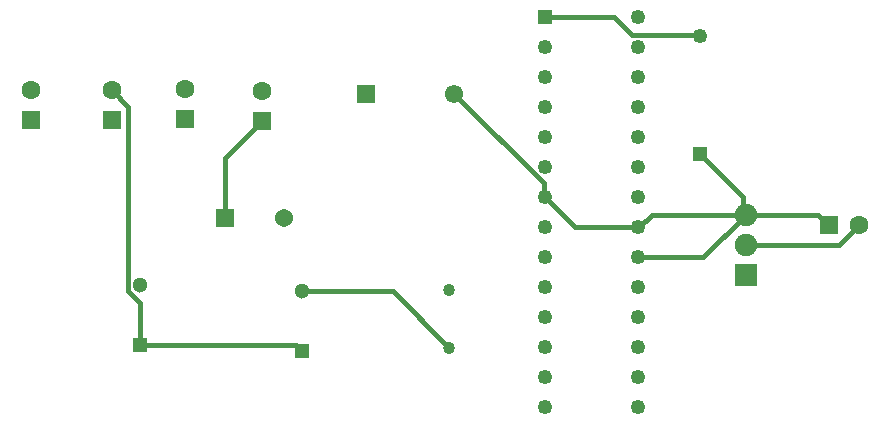
<source format=gbr>
%TF.GenerationSoftware,Altium Limited,Altium Designer,23.0.1 (38)*%
G04 Layer_Physical_Order=2*
G04 Layer_Color=16711680*
%FSLAX45Y45*%
%MOMM*%
%TF.SameCoordinates,EEB749D1-378B-4D6E-888E-37D0F6B4ACBA*%
%TF.FilePolarity,Positive*%
%TF.FileFunction,Copper,L2,Bot,Signal*%
%TF.Part,Single*%
G01*
G75*
%TA.AperFunction,Conductor*%
%ADD10C,0.38100*%
%TA.AperFunction,ComponentPad*%
%ADD13R,1.55000X1.55000*%
%ADD14C,1.55000*%
%ADD15C,1.30000*%
%ADD16R,1.30000X1.30000*%
%ADD17C,1.91000*%
%ADD18R,1.91000X1.91000*%
%ADD19C,1.03000*%
%ADD20C,1.60000*%
%ADD21R,1.60000X1.60000*%
%ADD22R,1.60000X1.60000*%
%ADD23R,1.25000X1.25000*%
%ADD24C,1.25000*%
%ADD25R,1.25000X1.25000*%
%ADD26C,1.54060*%
%ADD27R,1.54060X1.54060*%
D10*
X11565844Y7549656D02*
Y7669956D01*
Y7549656D02*
X11595100Y7520400D01*
X11201400Y8034400D02*
X11565844Y7669956D01*
X10680700Y7158100D02*
X11232800D01*
X11595100Y7520400D01*
X12202700D01*
X12293600Y7429500D01*
X12383500Y7265400D02*
X12547600Y7429500D01*
X11595100Y7265400D02*
X12383500D01*
X10691822Y7412100D02*
X10800122Y7520400D01*
X10680700Y7412100D02*
X10691822D01*
X10800122Y7520400D02*
X11595100D01*
X7835900Y6870700D02*
X8603200D01*
X9080500Y6393400D01*
X10147300Y7412100D02*
X10680700D01*
X9893300Y7666100D02*
X10147300Y7412100D01*
X9881950Y7677450D02*
Y7785750D01*
Y7677450D02*
X9893300Y7666100D01*
X9125300Y8542400D02*
X9881950Y7785750D01*
X7179310Y8000110D02*
X7493000Y8313800D01*
X7179310Y7493000D02*
Y8000110D01*
X6464300Y6413500D02*
Y6773899D01*
X6359930Y6878269D02*
X6464300Y6773899D01*
X6223000Y8572500D02*
X6359930Y8435570D01*
Y6878269D02*
Y8435570D01*
X7785100Y6413500D02*
X7835900Y6362700D01*
X6464300Y6413500D02*
X7785100D01*
X10479467Y9190100D02*
X10631597Y9037970D01*
X11197830D01*
X11201400Y9034400D01*
X9893300Y9190100D02*
X10479467D01*
D13*
X8375300Y8542400D02*
D03*
D14*
X9125300D02*
D03*
D15*
X7835900Y6870700D02*
D03*
X6464300Y6921500D02*
D03*
D16*
X7835900Y6362700D02*
D03*
X6464300Y6413500D02*
D03*
D17*
X11595100Y7520400D02*
D03*
Y7265400D02*
D03*
D18*
Y7010400D02*
D03*
D19*
X9080500Y6881400D02*
D03*
Y6393400D02*
D03*
D20*
X6845300Y8585200D02*
D03*
X7493000Y8567800D02*
D03*
X6223000Y8572500D02*
D03*
X5537200D02*
D03*
X12547600Y7429500D02*
D03*
D21*
X6845300Y8331200D02*
D03*
X7493000Y8313800D02*
D03*
X6223000Y8318500D02*
D03*
X5537200D02*
D03*
D22*
X12293600Y7429500D02*
D03*
D23*
X9893300Y9190100D02*
D03*
D24*
Y8936100D02*
D03*
Y8682100D02*
D03*
Y8428100D02*
D03*
Y8174100D02*
D03*
Y7920100D02*
D03*
Y7666100D02*
D03*
Y7412100D02*
D03*
Y7158100D02*
D03*
Y6904100D02*
D03*
Y6650100D02*
D03*
Y6396100D02*
D03*
Y6142100D02*
D03*
Y5888100D02*
D03*
X10680700D02*
D03*
Y6142100D02*
D03*
Y6396100D02*
D03*
Y6650100D02*
D03*
Y6904100D02*
D03*
Y7158100D02*
D03*
Y7412100D02*
D03*
Y7666100D02*
D03*
Y7920100D02*
D03*
Y8174100D02*
D03*
Y8428100D02*
D03*
Y8682100D02*
D03*
Y8936100D02*
D03*
Y9190100D02*
D03*
X11201400Y9034400D02*
D03*
D25*
Y8034400D02*
D03*
D26*
X7679690Y7493000D02*
D03*
D27*
X7179310D02*
D03*
%TF.MD5,68735b802f9c093cf286930dc3edecda*%
M02*

</source>
